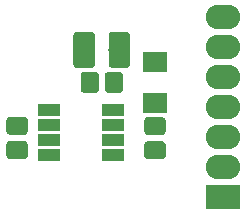
<source format=gbr>
G04 #@! TF.GenerationSoftware,KiCad,Pcbnew,5.0.0*
G04 #@! TF.CreationDate,2018-08-13T16:41:50-03:00*
G04 #@! TF.ProjectId,drv18,64727631382E6B696361645F70636200,rev?*
G04 #@! TF.SameCoordinates,Original*
G04 #@! TF.FileFunction,Soldermask,Bot*
G04 #@! TF.FilePolarity,Negative*
%FSLAX46Y46*%
G04 Gerber Fmt 4.6, Leading zero omitted, Abs format (unit mm)*
G04 Created by KiCad (PCBNEW 5.0.0) date Mon Aug 13 16:41:50 2018*
%MOMM*%
%LPD*%
G01*
G04 APERTURE LIST*
%ADD10R,2.100000X1.700000*%
%ADD11C,0.100000*%
%ADD12C,1.550000*%
%ADD13C,1.825000*%
%ADD14R,2.900000X2.100000*%
%ADD15O,2.900000X2.100000*%
%ADD16R,1.950000X1.000000*%
G04 APERTURE END LIST*
D10*
G04 #@! TO.C,D102*
X163000000Y-89000000D03*
X163000000Y-85500000D03*
G04 #@! TD*
D11*
G04 #@! TO.C,C103*
G36*
X163596071Y-90176623D02*
X163628781Y-90181475D01*
X163660857Y-90189509D01*
X163691991Y-90200649D01*
X163721884Y-90214787D01*
X163750247Y-90231787D01*
X163776807Y-90251485D01*
X163801308Y-90273692D01*
X163823515Y-90298193D01*
X163843213Y-90324753D01*
X163860213Y-90353116D01*
X163874351Y-90383009D01*
X163885491Y-90414143D01*
X163893525Y-90446219D01*
X163898377Y-90478929D01*
X163900000Y-90511956D01*
X163900000Y-91388044D01*
X163898377Y-91421071D01*
X163893525Y-91453781D01*
X163885491Y-91485857D01*
X163874351Y-91516991D01*
X163860213Y-91546884D01*
X163843213Y-91575247D01*
X163823515Y-91601807D01*
X163801308Y-91626308D01*
X163776807Y-91648515D01*
X163750247Y-91668213D01*
X163721884Y-91685213D01*
X163691991Y-91699351D01*
X163660857Y-91710491D01*
X163628781Y-91718525D01*
X163596071Y-91723377D01*
X163563044Y-91725000D01*
X162436956Y-91725000D01*
X162403929Y-91723377D01*
X162371219Y-91718525D01*
X162339143Y-91710491D01*
X162308009Y-91699351D01*
X162278116Y-91685213D01*
X162249753Y-91668213D01*
X162223193Y-91648515D01*
X162198692Y-91626308D01*
X162176485Y-91601807D01*
X162156787Y-91575247D01*
X162139787Y-91546884D01*
X162125649Y-91516991D01*
X162114509Y-91485857D01*
X162106475Y-91453781D01*
X162101623Y-91421071D01*
X162100000Y-91388044D01*
X162100000Y-90511956D01*
X162101623Y-90478929D01*
X162106475Y-90446219D01*
X162114509Y-90414143D01*
X162125649Y-90383009D01*
X162139787Y-90353116D01*
X162156787Y-90324753D01*
X162176485Y-90298193D01*
X162198692Y-90273692D01*
X162223193Y-90251485D01*
X162249753Y-90231787D01*
X162278116Y-90214787D01*
X162308009Y-90200649D01*
X162339143Y-90189509D01*
X162371219Y-90181475D01*
X162403929Y-90176623D01*
X162436956Y-90175000D01*
X163563044Y-90175000D01*
X163596071Y-90176623D01*
X163596071Y-90176623D01*
G37*
D12*
X163000000Y-90950000D03*
D11*
G36*
X163596071Y-92226623D02*
X163628781Y-92231475D01*
X163660857Y-92239509D01*
X163691991Y-92250649D01*
X163721884Y-92264787D01*
X163750247Y-92281787D01*
X163776807Y-92301485D01*
X163801308Y-92323692D01*
X163823515Y-92348193D01*
X163843213Y-92374753D01*
X163860213Y-92403116D01*
X163874351Y-92433009D01*
X163885491Y-92464143D01*
X163893525Y-92496219D01*
X163898377Y-92528929D01*
X163900000Y-92561956D01*
X163900000Y-93438044D01*
X163898377Y-93471071D01*
X163893525Y-93503781D01*
X163885491Y-93535857D01*
X163874351Y-93566991D01*
X163860213Y-93596884D01*
X163843213Y-93625247D01*
X163823515Y-93651807D01*
X163801308Y-93676308D01*
X163776807Y-93698515D01*
X163750247Y-93718213D01*
X163721884Y-93735213D01*
X163691991Y-93749351D01*
X163660857Y-93760491D01*
X163628781Y-93768525D01*
X163596071Y-93773377D01*
X163563044Y-93775000D01*
X162436956Y-93775000D01*
X162403929Y-93773377D01*
X162371219Y-93768525D01*
X162339143Y-93760491D01*
X162308009Y-93749351D01*
X162278116Y-93735213D01*
X162249753Y-93718213D01*
X162223193Y-93698515D01*
X162198692Y-93676308D01*
X162176485Y-93651807D01*
X162156787Y-93625247D01*
X162139787Y-93596884D01*
X162125649Y-93566991D01*
X162114509Y-93535857D01*
X162106475Y-93503781D01*
X162101623Y-93471071D01*
X162100000Y-93438044D01*
X162100000Y-92561956D01*
X162101623Y-92528929D01*
X162106475Y-92496219D01*
X162114509Y-92464143D01*
X162125649Y-92433009D01*
X162139787Y-92403116D01*
X162156787Y-92374753D01*
X162176485Y-92348193D01*
X162198692Y-92323692D01*
X162223193Y-92301485D01*
X162249753Y-92281787D01*
X162278116Y-92264787D01*
X162308009Y-92250649D01*
X162339143Y-92239509D01*
X162371219Y-92231475D01*
X162403929Y-92226623D01*
X162436956Y-92225000D01*
X163563044Y-92225000D01*
X163596071Y-92226623D01*
X163596071Y-92226623D01*
G37*
D12*
X163000000Y-93000000D03*
G04 #@! TD*
D11*
G04 #@! TO.C,C104*
G36*
X157946071Y-86351623D02*
X157978781Y-86356475D01*
X158010857Y-86364509D01*
X158041991Y-86375649D01*
X158071884Y-86389787D01*
X158100247Y-86406787D01*
X158126807Y-86426485D01*
X158151308Y-86448692D01*
X158173515Y-86473193D01*
X158193213Y-86499753D01*
X158210213Y-86528116D01*
X158224351Y-86558009D01*
X158235491Y-86589143D01*
X158243525Y-86621219D01*
X158248377Y-86653929D01*
X158250000Y-86686956D01*
X158250000Y-87813044D01*
X158248377Y-87846071D01*
X158243525Y-87878781D01*
X158235491Y-87910857D01*
X158224351Y-87941991D01*
X158210213Y-87971884D01*
X158193213Y-88000247D01*
X158173515Y-88026807D01*
X158151308Y-88051308D01*
X158126807Y-88073515D01*
X158100247Y-88093213D01*
X158071884Y-88110213D01*
X158041991Y-88124351D01*
X158010857Y-88135491D01*
X157978781Y-88143525D01*
X157946071Y-88148377D01*
X157913044Y-88150000D01*
X157036956Y-88150000D01*
X157003929Y-88148377D01*
X156971219Y-88143525D01*
X156939143Y-88135491D01*
X156908009Y-88124351D01*
X156878116Y-88110213D01*
X156849753Y-88093213D01*
X156823193Y-88073515D01*
X156798692Y-88051308D01*
X156776485Y-88026807D01*
X156756787Y-88000247D01*
X156739787Y-87971884D01*
X156725649Y-87941991D01*
X156714509Y-87910857D01*
X156706475Y-87878781D01*
X156701623Y-87846071D01*
X156700000Y-87813044D01*
X156700000Y-86686956D01*
X156701623Y-86653929D01*
X156706475Y-86621219D01*
X156714509Y-86589143D01*
X156725649Y-86558009D01*
X156739787Y-86528116D01*
X156756787Y-86499753D01*
X156776485Y-86473193D01*
X156798692Y-86448692D01*
X156823193Y-86426485D01*
X156849753Y-86406787D01*
X156878116Y-86389787D01*
X156908009Y-86375649D01*
X156939143Y-86364509D01*
X156971219Y-86356475D01*
X157003929Y-86351623D01*
X157036956Y-86350000D01*
X157913044Y-86350000D01*
X157946071Y-86351623D01*
X157946071Y-86351623D01*
G37*
D12*
X157475000Y-87250000D03*
D11*
G36*
X159996071Y-86351623D02*
X160028781Y-86356475D01*
X160060857Y-86364509D01*
X160091991Y-86375649D01*
X160121884Y-86389787D01*
X160150247Y-86406787D01*
X160176807Y-86426485D01*
X160201308Y-86448692D01*
X160223515Y-86473193D01*
X160243213Y-86499753D01*
X160260213Y-86528116D01*
X160274351Y-86558009D01*
X160285491Y-86589143D01*
X160293525Y-86621219D01*
X160298377Y-86653929D01*
X160300000Y-86686956D01*
X160300000Y-87813044D01*
X160298377Y-87846071D01*
X160293525Y-87878781D01*
X160285491Y-87910857D01*
X160274351Y-87941991D01*
X160260213Y-87971884D01*
X160243213Y-88000247D01*
X160223515Y-88026807D01*
X160201308Y-88051308D01*
X160176807Y-88073515D01*
X160150247Y-88093213D01*
X160121884Y-88110213D01*
X160091991Y-88124351D01*
X160060857Y-88135491D01*
X160028781Y-88143525D01*
X159996071Y-88148377D01*
X159963044Y-88150000D01*
X159086956Y-88150000D01*
X159053929Y-88148377D01*
X159021219Y-88143525D01*
X158989143Y-88135491D01*
X158958009Y-88124351D01*
X158928116Y-88110213D01*
X158899753Y-88093213D01*
X158873193Y-88073515D01*
X158848692Y-88051308D01*
X158826485Y-88026807D01*
X158806787Y-88000247D01*
X158789787Y-87971884D01*
X158775649Y-87941991D01*
X158764509Y-87910857D01*
X158756475Y-87878781D01*
X158751623Y-87846071D01*
X158750000Y-87813044D01*
X158750000Y-86686956D01*
X158751623Y-86653929D01*
X158756475Y-86621219D01*
X158764509Y-86589143D01*
X158775649Y-86558009D01*
X158789787Y-86528116D01*
X158806787Y-86499753D01*
X158826485Y-86473193D01*
X158848692Y-86448692D01*
X158873193Y-86426485D01*
X158899753Y-86406787D01*
X158928116Y-86389787D01*
X158958009Y-86375649D01*
X158989143Y-86364509D01*
X159021219Y-86356475D01*
X159053929Y-86351623D01*
X159086956Y-86350000D01*
X159963044Y-86350000D01*
X159996071Y-86351623D01*
X159996071Y-86351623D01*
G37*
D12*
X159525000Y-87250000D03*
G04 #@! TD*
D11*
G04 #@! TO.C,C102*
G36*
X160611207Y-82976542D02*
X160642287Y-82981152D01*
X160672766Y-82988787D01*
X160702350Y-82999372D01*
X160730754Y-83012806D01*
X160757704Y-83028959D01*
X160782942Y-83047677D01*
X160806223Y-83068777D01*
X160827323Y-83092058D01*
X160846041Y-83117296D01*
X160862194Y-83144246D01*
X160875628Y-83172650D01*
X160886213Y-83202234D01*
X160893848Y-83232713D01*
X160898458Y-83263793D01*
X160900000Y-83295176D01*
X160900000Y-85704824D01*
X160898458Y-85736207D01*
X160893848Y-85767287D01*
X160886213Y-85797766D01*
X160875628Y-85827350D01*
X160862194Y-85855754D01*
X160846041Y-85882704D01*
X160827323Y-85907942D01*
X160806223Y-85931223D01*
X160782942Y-85952323D01*
X160757704Y-85971041D01*
X160730754Y-85987194D01*
X160702350Y-86000628D01*
X160672766Y-86011213D01*
X160642287Y-86018848D01*
X160611207Y-86023458D01*
X160579824Y-86025000D01*
X159395176Y-86025000D01*
X159363793Y-86023458D01*
X159332713Y-86018848D01*
X159302234Y-86011213D01*
X159272650Y-86000628D01*
X159244246Y-85987194D01*
X159217296Y-85971041D01*
X159192058Y-85952323D01*
X159168777Y-85931223D01*
X159147677Y-85907942D01*
X159128959Y-85882704D01*
X159112806Y-85855754D01*
X159099372Y-85827350D01*
X159088787Y-85797766D01*
X159081152Y-85767287D01*
X159076542Y-85736207D01*
X159075000Y-85704824D01*
X159075000Y-83295176D01*
X159076542Y-83263793D01*
X159081152Y-83232713D01*
X159088787Y-83202234D01*
X159099372Y-83172650D01*
X159112806Y-83144246D01*
X159128959Y-83117296D01*
X159147677Y-83092058D01*
X159168777Y-83068777D01*
X159192058Y-83047677D01*
X159217296Y-83028959D01*
X159244246Y-83012806D01*
X159272650Y-82999372D01*
X159302234Y-82988787D01*
X159332713Y-82981152D01*
X159363793Y-82976542D01*
X159395176Y-82975000D01*
X160579824Y-82975000D01*
X160611207Y-82976542D01*
X160611207Y-82976542D01*
G37*
D13*
X159987500Y-84500000D03*
D11*
G36*
X157636207Y-82976542D02*
X157667287Y-82981152D01*
X157697766Y-82988787D01*
X157727350Y-82999372D01*
X157755754Y-83012806D01*
X157782704Y-83028959D01*
X157807942Y-83047677D01*
X157831223Y-83068777D01*
X157852323Y-83092058D01*
X157871041Y-83117296D01*
X157887194Y-83144246D01*
X157900628Y-83172650D01*
X157911213Y-83202234D01*
X157918848Y-83232713D01*
X157923458Y-83263793D01*
X157925000Y-83295176D01*
X157925000Y-85704824D01*
X157923458Y-85736207D01*
X157918848Y-85767287D01*
X157911213Y-85797766D01*
X157900628Y-85827350D01*
X157887194Y-85855754D01*
X157871041Y-85882704D01*
X157852323Y-85907942D01*
X157831223Y-85931223D01*
X157807942Y-85952323D01*
X157782704Y-85971041D01*
X157755754Y-85987194D01*
X157727350Y-86000628D01*
X157697766Y-86011213D01*
X157667287Y-86018848D01*
X157636207Y-86023458D01*
X157604824Y-86025000D01*
X156420176Y-86025000D01*
X156388793Y-86023458D01*
X156357713Y-86018848D01*
X156327234Y-86011213D01*
X156297650Y-86000628D01*
X156269246Y-85987194D01*
X156242296Y-85971041D01*
X156217058Y-85952323D01*
X156193777Y-85931223D01*
X156172677Y-85907942D01*
X156153959Y-85882704D01*
X156137806Y-85855754D01*
X156124372Y-85827350D01*
X156113787Y-85797766D01*
X156106152Y-85767287D01*
X156101542Y-85736207D01*
X156100000Y-85704824D01*
X156100000Y-83295176D01*
X156101542Y-83263793D01*
X156106152Y-83232713D01*
X156113787Y-83202234D01*
X156124372Y-83172650D01*
X156137806Y-83144246D01*
X156153959Y-83117296D01*
X156172677Y-83092058D01*
X156193777Y-83068777D01*
X156217058Y-83047677D01*
X156242296Y-83028959D01*
X156269246Y-83012806D01*
X156297650Y-82999372D01*
X156327234Y-82988787D01*
X156357713Y-82981152D01*
X156388793Y-82976542D01*
X156420176Y-82975000D01*
X157604824Y-82975000D01*
X157636207Y-82976542D01*
X157636207Y-82976542D01*
G37*
D13*
X157012500Y-84500000D03*
G04 #@! TD*
D14*
G04 #@! TO.C,J101*
X168750000Y-97000000D03*
D15*
X168750000Y-94460000D03*
X168750000Y-91920000D03*
X168750000Y-89380000D03*
X168750000Y-86840000D03*
X168750000Y-84300000D03*
X168750000Y-81760000D03*
G04 #@! TD*
D16*
G04 #@! TO.C,U101*
X159450000Y-89595000D03*
X159450000Y-90865000D03*
X159450000Y-92135000D03*
X159450000Y-93405000D03*
X154050000Y-93405000D03*
X154050000Y-92135000D03*
X154050000Y-90865000D03*
X154050000Y-89595000D03*
G04 #@! TD*
D11*
G04 #@! TO.C,R103*
G36*
X151922071Y-92196623D02*
X151954781Y-92201475D01*
X151986857Y-92209509D01*
X152017991Y-92220649D01*
X152047884Y-92234787D01*
X152076247Y-92251787D01*
X152102807Y-92271485D01*
X152127308Y-92293692D01*
X152149515Y-92318193D01*
X152169213Y-92344753D01*
X152186213Y-92373116D01*
X152200351Y-92403009D01*
X152211491Y-92434143D01*
X152219525Y-92466219D01*
X152224377Y-92498929D01*
X152226000Y-92531956D01*
X152226000Y-93408044D01*
X152224377Y-93441071D01*
X152219525Y-93473781D01*
X152211491Y-93505857D01*
X152200351Y-93536991D01*
X152186213Y-93566884D01*
X152169213Y-93595247D01*
X152149515Y-93621807D01*
X152127308Y-93646308D01*
X152102807Y-93668515D01*
X152076247Y-93688213D01*
X152047884Y-93705213D01*
X152017991Y-93719351D01*
X151986857Y-93730491D01*
X151954781Y-93738525D01*
X151922071Y-93743377D01*
X151889044Y-93745000D01*
X150762956Y-93745000D01*
X150729929Y-93743377D01*
X150697219Y-93738525D01*
X150665143Y-93730491D01*
X150634009Y-93719351D01*
X150604116Y-93705213D01*
X150575753Y-93688213D01*
X150549193Y-93668515D01*
X150524692Y-93646308D01*
X150502485Y-93621807D01*
X150482787Y-93595247D01*
X150465787Y-93566884D01*
X150451649Y-93536991D01*
X150440509Y-93505857D01*
X150432475Y-93473781D01*
X150427623Y-93441071D01*
X150426000Y-93408044D01*
X150426000Y-92531956D01*
X150427623Y-92498929D01*
X150432475Y-92466219D01*
X150440509Y-92434143D01*
X150451649Y-92403009D01*
X150465787Y-92373116D01*
X150482787Y-92344753D01*
X150502485Y-92318193D01*
X150524692Y-92293692D01*
X150549193Y-92271485D01*
X150575753Y-92251787D01*
X150604116Y-92234787D01*
X150634009Y-92220649D01*
X150665143Y-92209509D01*
X150697219Y-92201475D01*
X150729929Y-92196623D01*
X150762956Y-92195000D01*
X151889044Y-92195000D01*
X151922071Y-92196623D01*
X151922071Y-92196623D01*
G37*
D12*
X151326000Y-92970000D03*
D11*
G36*
X151922071Y-90146623D02*
X151954781Y-90151475D01*
X151986857Y-90159509D01*
X152017991Y-90170649D01*
X152047884Y-90184787D01*
X152076247Y-90201787D01*
X152102807Y-90221485D01*
X152127308Y-90243692D01*
X152149515Y-90268193D01*
X152169213Y-90294753D01*
X152186213Y-90323116D01*
X152200351Y-90353009D01*
X152211491Y-90384143D01*
X152219525Y-90416219D01*
X152224377Y-90448929D01*
X152226000Y-90481956D01*
X152226000Y-91358044D01*
X152224377Y-91391071D01*
X152219525Y-91423781D01*
X152211491Y-91455857D01*
X152200351Y-91486991D01*
X152186213Y-91516884D01*
X152169213Y-91545247D01*
X152149515Y-91571807D01*
X152127308Y-91596308D01*
X152102807Y-91618515D01*
X152076247Y-91638213D01*
X152047884Y-91655213D01*
X152017991Y-91669351D01*
X151986857Y-91680491D01*
X151954781Y-91688525D01*
X151922071Y-91693377D01*
X151889044Y-91695000D01*
X150762956Y-91695000D01*
X150729929Y-91693377D01*
X150697219Y-91688525D01*
X150665143Y-91680491D01*
X150634009Y-91669351D01*
X150604116Y-91655213D01*
X150575753Y-91638213D01*
X150549193Y-91618515D01*
X150524692Y-91596308D01*
X150502485Y-91571807D01*
X150482787Y-91545247D01*
X150465787Y-91516884D01*
X150451649Y-91486991D01*
X150440509Y-91455857D01*
X150432475Y-91423781D01*
X150427623Y-91391071D01*
X150426000Y-91358044D01*
X150426000Y-90481956D01*
X150427623Y-90448929D01*
X150432475Y-90416219D01*
X150440509Y-90384143D01*
X150451649Y-90353009D01*
X150465787Y-90323116D01*
X150482787Y-90294753D01*
X150502485Y-90268193D01*
X150524692Y-90243692D01*
X150549193Y-90221485D01*
X150575753Y-90201787D01*
X150604116Y-90184787D01*
X150634009Y-90170649D01*
X150665143Y-90159509D01*
X150697219Y-90151475D01*
X150729929Y-90146623D01*
X150762956Y-90145000D01*
X151889044Y-90145000D01*
X151922071Y-90146623D01*
X151922071Y-90146623D01*
G37*
D12*
X151326000Y-90920000D03*
G04 #@! TD*
M02*

</source>
